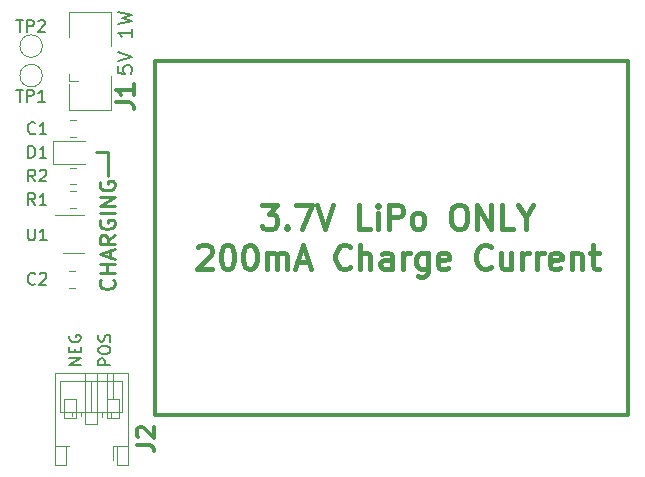
<source format=gbr>
%TF.GenerationSoftware,KiCad,Pcbnew,(5.1.6)-1*%
%TF.CreationDate,2020-11-11T17:37:01-05:00*%
%TF.ProjectId,HP_classic,48505f63-6c61-4737-9369-632e6b696361,rev?*%
%TF.SameCoordinates,Original*%
%TF.FileFunction,Legend,Top*%
%TF.FilePolarity,Positive*%
%FSLAX46Y46*%
G04 Gerber Fmt 4.6, Leading zero omitted, Abs format (unit mm)*
G04 Created by KiCad (PCBNEW (5.1.6)-1) date 2020-11-11 17:37:01*
%MOMM*%
%LPD*%
G01*
G04 APERTURE LIST*
%ADD10C,0.150000*%
%ADD11C,0.300000*%
%ADD12C,0.400000*%
%ADD13C,0.200000*%
%ADD14C,0.250000*%
%ADD15C,0.120000*%
G04 APERTURE END LIST*
D10*
X152702380Y-135738095D02*
X151702380Y-135738095D01*
X152702380Y-135166666D01*
X151702380Y-135166666D01*
X152178571Y-134690476D02*
X152178571Y-134357142D01*
X152702380Y-134214285D02*
X152702380Y-134690476D01*
X151702380Y-134690476D01*
X151702380Y-134214285D01*
X151750000Y-133261904D02*
X151702380Y-133357142D01*
X151702380Y-133500000D01*
X151750000Y-133642857D01*
X151845238Y-133738095D01*
X151940476Y-133785714D01*
X152130952Y-133833333D01*
X152273809Y-133833333D01*
X152464285Y-133785714D01*
X152559523Y-133738095D01*
X152654761Y-133642857D01*
X152702380Y-133500000D01*
X152702380Y-133404761D01*
X152654761Y-133261904D01*
X152607142Y-133214285D01*
X152273809Y-133214285D01*
X152273809Y-133404761D01*
X155202380Y-135761904D02*
X154202380Y-135761904D01*
X154202380Y-135380952D01*
X154250000Y-135285714D01*
X154297619Y-135238095D01*
X154392857Y-135190476D01*
X154535714Y-135190476D01*
X154630952Y-135238095D01*
X154678571Y-135285714D01*
X154726190Y-135380952D01*
X154726190Y-135761904D01*
X154202380Y-134571428D02*
X154202380Y-134380952D01*
X154250000Y-134285714D01*
X154345238Y-134190476D01*
X154535714Y-134142857D01*
X154869047Y-134142857D01*
X155059523Y-134190476D01*
X155154761Y-134285714D01*
X155202380Y-134380952D01*
X155202380Y-134571428D01*
X155154761Y-134666666D01*
X155059523Y-134761904D01*
X154869047Y-134809523D01*
X154535714Y-134809523D01*
X154345238Y-134761904D01*
X154250000Y-134666666D01*
X154202380Y-134571428D01*
X155154761Y-133761904D02*
X155202380Y-133619047D01*
X155202380Y-133380952D01*
X155154761Y-133285714D01*
X155107142Y-133238095D01*
X155011904Y-133190476D01*
X154916666Y-133190476D01*
X154821428Y-133238095D01*
X154773809Y-133285714D01*
X154726190Y-133380952D01*
X154678571Y-133571428D01*
X154630952Y-133666666D01*
X154583333Y-133714285D01*
X154488095Y-133761904D01*
X154392857Y-133761904D01*
X154297619Y-133714285D01*
X154250000Y-133666666D01*
X154202380Y-133571428D01*
X154202380Y-133333333D01*
X154250000Y-133190476D01*
D11*
X159000000Y-140000000D02*
X159000000Y-110000000D01*
X199000000Y-140000000D02*
X159000000Y-140000000D01*
X199000000Y-110000000D02*
X199000000Y-140000000D01*
X159000000Y-110000000D02*
X199000000Y-110000000D01*
D12*
X168071428Y-122204761D02*
X169309523Y-122204761D01*
X168642857Y-122966666D01*
X168928571Y-122966666D01*
X169119047Y-123061904D01*
X169214285Y-123157142D01*
X169309523Y-123347619D01*
X169309523Y-123823809D01*
X169214285Y-124014285D01*
X169119047Y-124109523D01*
X168928571Y-124204761D01*
X168357142Y-124204761D01*
X168166666Y-124109523D01*
X168071428Y-124014285D01*
X170166666Y-124014285D02*
X170261904Y-124109523D01*
X170166666Y-124204761D01*
X170071428Y-124109523D01*
X170166666Y-124014285D01*
X170166666Y-124204761D01*
X170928571Y-122204761D02*
X172261904Y-122204761D01*
X171404761Y-124204761D01*
X172738095Y-122204761D02*
X173404761Y-124204761D01*
X174071428Y-122204761D01*
X177214285Y-124204761D02*
X176261904Y-124204761D01*
X176261904Y-122204761D01*
X177880952Y-124204761D02*
X177880952Y-122871428D01*
X177880952Y-122204761D02*
X177785714Y-122300000D01*
X177880952Y-122395238D01*
X177976190Y-122300000D01*
X177880952Y-122204761D01*
X177880952Y-122395238D01*
X178833333Y-124204761D02*
X178833333Y-122204761D01*
X179595238Y-122204761D01*
X179785714Y-122300000D01*
X179880952Y-122395238D01*
X179976190Y-122585714D01*
X179976190Y-122871428D01*
X179880952Y-123061904D01*
X179785714Y-123157142D01*
X179595238Y-123252380D01*
X178833333Y-123252380D01*
X181119047Y-124204761D02*
X180928571Y-124109523D01*
X180833333Y-124014285D01*
X180738095Y-123823809D01*
X180738095Y-123252380D01*
X180833333Y-123061904D01*
X180928571Y-122966666D01*
X181119047Y-122871428D01*
X181404761Y-122871428D01*
X181595238Y-122966666D01*
X181690476Y-123061904D01*
X181785714Y-123252380D01*
X181785714Y-123823809D01*
X181690476Y-124014285D01*
X181595238Y-124109523D01*
X181404761Y-124204761D01*
X181119047Y-124204761D01*
X184547619Y-122204761D02*
X184928571Y-122204761D01*
X185119047Y-122300000D01*
X185309523Y-122490476D01*
X185404761Y-122871428D01*
X185404761Y-123538095D01*
X185309523Y-123919047D01*
X185119047Y-124109523D01*
X184928571Y-124204761D01*
X184547619Y-124204761D01*
X184357142Y-124109523D01*
X184166666Y-123919047D01*
X184071428Y-123538095D01*
X184071428Y-122871428D01*
X184166666Y-122490476D01*
X184357142Y-122300000D01*
X184547619Y-122204761D01*
X186261904Y-124204761D02*
X186261904Y-122204761D01*
X187404761Y-124204761D01*
X187404761Y-122204761D01*
X189309523Y-124204761D02*
X188357142Y-124204761D01*
X188357142Y-122204761D01*
X190357142Y-123252380D02*
X190357142Y-124204761D01*
X189690476Y-122204761D02*
X190357142Y-123252380D01*
X191023809Y-122204761D01*
X162642857Y-125795238D02*
X162738095Y-125700000D01*
X162928571Y-125604761D01*
X163404761Y-125604761D01*
X163595238Y-125700000D01*
X163690476Y-125795238D01*
X163785714Y-125985714D01*
X163785714Y-126176190D01*
X163690476Y-126461904D01*
X162547619Y-127604761D01*
X163785714Y-127604761D01*
X165023809Y-125604761D02*
X165214285Y-125604761D01*
X165404761Y-125700000D01*
X165499999Y-125795238D01*
X165595238Y-125985714D01*
X165690476Y-126366666D01*
X165690476Y-126842857D01*
X165595238Y-127223809D01*
X165499999Y-127414285D01*
X165404761Y-127509523D01*
X165214285Y-127604761D01*
X165023809Y-127604761D01*
X164833333Y-127509523D01*
X164738095Y-127414285D01*
X164642857Y-127223809D01*
X164547619Y-126842857D01*
X164547619Y-126366666D01*
X164642857Y-125985714D01*
X164738095Y-125795238D01*
X164833333Y-125700000D01*
X165023809Y-125604761D01*
X166928571Y-125604761D02*
X167119047Y-125604761D01*
X167309523Y-125700000D01*
X167404761Y-125795238D01*
X167499999Y-125985714D01*
X167595238Y-126366666D01*
X167595238Y-126842857D01*
X167499999Y-127223809D01*
X167404761Y-127414285D01*
X167309523Y-127509523D01*
X167119047Y-127604761D01*
X166928571Y-127604761D01*
X166738095Y-127509523D01*
X166642857Y-127414285D01*
X166547619Y-127223809D01*
X166452380Y-126842857D01*
X166452380Y-126366666D01*
X166547619Y-125985714D01*
X166642857Y-125795238D01*
X166738095Y-125700000D01*
X166928571Y-125604761D01*
X168452380Y-127604761D02*
X168452380Y-126271428D01*
X168452380Y-126461904D02*
X168547619Y-126366666D01*
X168738095Y-126271428D01*
X169023809Y-126271428D01*
X169214285Y-126366666D01*
X169309523Y-126557142D01*
X169309523Y-127604761D01*
X169309523Y-126557142D02*
X169404761Y-126366666D01*
X169595238Y-126271428D01*
X169880952Y-126271428D01*
X170071428Y-126366666D01*
X170166666Y-126557142D01*
X170166666Y-127604761D01*
X171023809Y-127033333D02*
X171976190Y-127033333D01*
X170833333Y-127604761D02*
X171499999Y-125604761D01*
X172166666Y-127604761D01*
X175500000Y-127414285D02*
X175404761Y-127509523D01*
X175119047Y-127604761D01*
X174928571Y-127604761D01*
X174642857Y-127509523D01*
X174452380Y-127319047D01*
X174357142Y-127128571D01*
X174261904Y-126747619D01*
X174261904Y-126461904D01*
X174357142Y-126080952D01*
X174452380Y-125890476D01*
X174642857Y-125700000D01*
X174928571Y-125604761D01*
X175119047Y-125604761D01*
X175404761Y-125700000D01*
X175500000Y-125795238D01*
X176357142Y-127604761D02*
X176357142Y-125604761D01*
X177214285Y-127604761D02*
X177214285Y-126557142D01*
X177119047Y-126366666D01*
X176928571Y-126271428D01*
X176642857Y-126271428D01*
X176452380Y-126366666D01*
X176357142Y-126461904D01*
X179023809Y-127604761D02*
X179023809Y-126557142D01*
X178928571Y-126366666D01*
X178738095Y-126271428D01*
X178357142Y-126271428D01*
X178166666Y-126366666D01*
X179023809Y-127509523D02*
X178833333Y-127604761D01*
X178357142Y-127604761D01*
X178166666Y-127509523D01*
X178071428Y-127319047D01*
X178071428Y-127128571D01*
X178166666Y-126938095D01*
X178357142Y-126842857D01*
X178833333Y-126842857D01*
X179023809Y-126747619D01*
X179976190Y-127604761D02*
X179976190Y-126271428D01*
X179976190Y-126652380D02*
X180071428Y-126461904D01*
X180166666Y-126366666D01*
X180357142Y-126271428D01*
X180547619Y-126271428D01*
X182071428Y-126271428D02*
X182071428Y-127890476D01*
X181976190Y-128080952D01*
X181880952Y-128176190D01*
X181690476Y-128271428D01*
X181404761Y-128271428D01*
X181214285Y-128176190D01*
X182071428Y-127509523D02*
X181880952Y-127604761D01*
X181500000Y-127604761D01*
X181309523Y-127509523D01*
X181214285Y-127414285D01*
X181119047Y-127223809D01*
X181119047Y-126652380D01*
X181214285Y-126461904D01*
X181309523Y-126366666D01*
X181500000Y-126271428D01*
X181880952Y-126271428D01*
X182071428Y-126366666D01*
X183785714Y-127509523D02*
X183595238Y-127604761D01*
X183214285Y-127604761D01*
X183023809Y-127509523D01*
X182928571Y-127319047D01*
X182928571Y-126557142D01*
X183023809Y-126366666D01*
X183214285Y-126271428D01*
X183595238Y-126271428D01*
X183785714Y-126366666D01*
X183880952Y-126557142D01*
X183880952Y-126747619D01*
X182928571Y-126938095D01*
X187404761Y-127414285D02*
X187309523Y-127509523D01*
X187023809Y-127604761D01*
X186833333Y-127604761D01*
X186547619Y-127509523D01*
X186357142Y-127319047D01*
X186261904Y-127128571D01*
X186166666Y-126747619D01*
X186166666Y-126461904D01*
X186261904Y-126080952D01*
X186357142Y-125890476D01*
X186547619Y-125700000D01*
X186833333Y-125604761D01*
X187023809Y-125604761D01*
X187309523Y-125700000D01*
X187404761Y-125795238D01*
X189119047Y-126271428D02*
X189119047Y-127604761D01*
X188261904Y-126271428D02*
X188261904Y-127319047D01*
X188357142Y-127509523D01*
X188547619Y-127604761D01*
X188833333Y-127604761D01*
X189023809Y-127509523D01*
X189119047Y-127414285D01*
X190071428Y-127604761D02*
X190071428Y-126271428D01*
X190071428Y-126652380D02*
X190166666Y-126461904D01*
X190261904Y-126366666D01*
X190452380Y-126271428D01*
X190642857Y-126271428D01*
X191309523Y-127604761D02*
X191309523Y-126271428D01*
X191309523Y-126652380D02*
X191404761Y-126461904D01*
X191500000Y-126366666D01*
X191690476Y-126271428D01*
X191880952Y-126271428D01*
X193309523Y-127509523D02*
X193119047Y-127604761D01*
X192738095Y-127604761D01*
X192547619Y-127509523D01*
X192452380Y-127319047D01*
X192452380Y-126557142D01*
X192547619Y-126366666D01*
X192738095Y-126271428D01*
X193119047Y-126271428D01*
X193309523Y-126366666D01*
X193404761Y-126557142D01*
X193404761Y-126747619D01*
X192452380Y-126938095D01*
X194261904Y-126271428D02*
X194261904Y-127604761D01*
X194261904Y-126461904D02*
X194357142Y-126366666D01*
X194547619Y-126271428D01*
X194833333Y-126271428D01*
X195023809Y-126366666D01*
X195119047Y-126557142D01*
X195119047Y-127604761D01*
X195785714Y-126271428D02*
X196547619Y-126271428D01*
X196071428Y-125604761D02*
X196071428Y-127319047D01*
X196166666Y-127509523D01*
X196357142Y-127604761D01*
X196547619Y-127604761D01*
D13*
X155842857Y-110442857D02*
X155842857Y-111014285D01*
X156414285Y-111071428D01*
X156357142Y-111014285D01*
X156300000Y-110900000D01*
X156300000Y-110614285D01*
X156357142Y-110500000D01*
X156414285Y-110442857D01*
X156528571Y-110385714D01*
X156814285Y-110385714D01*
X156928571Y-110442857D01*
X156985714Y-110500000D01*
X157042857Y-110614285D01*
X157042857Y-110900000D01*
X156985714Y-111014285D01*
X156928571Y-111071428D01*
X155842857Y-110042857D02*
X157042857Y-109642857D01*
X155842857Y-109242857D01*
X157042857Y-107300000D02*
X157042857Y-107985714D01*
X157042857Y-107642857D02*
X155842857Y-107642857D01*
X156014285Y-107757142D01*
X156128571Y-107871428D01*
X156185714Y-107985714D01*
X155842857Y-106900000D02*
X157042857Y-106614285D01*
X156185714Y-106385714D01*
X157042857Y-106157142D01*
X155842857Y-105871428D01*
D14*
X155000000Y-117750000D02*
X155000000Y-119750000D01*
X154000000Y-117750000D02*
X155000000Y-117750000D01*
X155464285Y-128526190D02*
X155526190Y-128588095D01*
X155588095Y-128773809D01*
X155588095Y-128897619D01*
X155526190Y-129083333D01*
X155402380Y-129207142D01*
X155278571Y-129269047D01*
X155030952Y-129330952D01*
X154845238Y-129330952D01*
X154597619Y-129269047D01*
X154473809Y-129207142D01*
X154350000Y-129083333D01*
X154288095Y-128897619D01*
X154288095Y-128773809D01*
X154350000Y-128588095D01*
X154411904Y-128526190D01*
X155588095Y-127969047D02*
X154288095Y-127969047D01*
X154907142Y-127969047D02*
X154907142Y-127226190D01*
X155588095Y-127226190D02*
X154288095Y-127226190D01*
X155216666Y-126669047D02*
X155216666Y-126050000D01*
X155588095Y-126792857D02*
X154288095Y-126359523D01*
X155588095Y-125926190D01*
X155588095Y-124750000D02*
X154969047Y-125183333D01*
X155588095Y-125492857D02*
X154288095Y-125492857D01*
X154288095Y-124997619D01*
X154350000Y-124873809D01*
X154411904Y-124811904D01*
X154535714Y-124750000D01*
X154721428Y-124750000D01*
X154845238Y-124811904D01*
X154907142Y-124873809D01*
X154969047Y-124997619D01*
X154969047Y-125492857D01*
X154350000Y-123511904D02*
X154288095Y-123635714D01*
X154288095Y-123821428D01*
X154350000Y-124007142D01*
X154473809Y-124130952D01*
X154597619Y-124192857D01*
X154845238Y-124254761D01*
X155030952Y-124254761D01*
X155278571Y-124192857D01*
X155402380Y-124130952D01*
X155526190Y-124007142D01*
X155588095Y-123821428D01*
X155588095Y-123697619D01*
X155526190Y-123511904D01*
X155464285Y-123450000D01*
X155030952Y-123450000D01*
X155030952Y-123697619D01*
X155588095Y-122892857D02*
X154288095Y-122892857D01*
X155588095Y-122273809D02*
X154288095Y-122273809D01*
X155588095Y-121530952D01*
X154288095Y-121530952D01*
X154350000Y-120230952D02*
X154288095Y-120354761D01*
X154288095Y-120540476D01*
X154350000Y-120726190D01*
X154473809Y-120850000D01*
X154597619Y-120911904D01*
X154845238Y-120973809D01*
X155030952Y-120973809D01*
X155278571Y-120911904D01*
X155402380Y-120850000D01*
X155526190Y-120726190D01*
X155588095Y-120540476D01*
X155588095Y-120416666D01*
X155526190Y-120230952D01*
X155464285Y-120169047D01*
X155030952Y-120169047D01*
X155030952Y-120416666D01*
D15*
%TO.C,J3*%
X155220000Y-140157071D02*
X155220000Y-139760000D01*
X154460000Y-140157071D02*
X154460000Y-139760000D01*
X153570000Y-139760000D02*
X153570000Y-137100000D01*
X152680000Y-140090000D02*
X152680000Y-139760000D01*
X151920000Y-140090000D02*
X151920000Y-139760000D01*
X150970000Y-137100000D02*
X150970000Y-139760000D01*
X156170000Y-137100000D02*
X150970000Y-137100000D01*
X156170000Y-139760000D02*
X156170000Y-137100000D01*
X150970000Y-139760000D02*
X156170000Y-139760000D01*
%TO.C,C1*%
X152296078Y-114990000D02*
X151778922Y-114990000D01*
X152296078Y-116410000D02*
X151778922Y-116410000D01*
%TO.C,C2*%
X152196078Y-127790000D02*
X151678922Y-127790000D01*
X152196078Y-129210000D02*
X151678922Y-129210000D01*
%TO.C,D1*%
X153062500Y-116790000D02*
X150377500Y-116790000D01*
X150377500Y-116790000D02*
X150377500Y-118710000D01*
X150377500Y-118710000D02*
X153062500Y-118710000D01*
%TO.C,R1*%
X152296078Y-122460000D02*
X151778922Y-122460000D01*
X152296078Y-121040000D02*
X151778922Y-121040000D01*
%TO.C,R2*%
X152321078Y-119040000D02*
X151803922Y-119040000D01*
X152321078Y-120460000D02*
X151803922Y-120460000D01*
%TO.C,U1*%
X151200000Y-126310000D02*
X153000000Y-126310000D01*
X153000000Y-123090000D02*
X150550000Y-123090000D01*
%TO.C,J1*%
X152425000Y-111700000D02*
X151675000Y-111700000D01*
X151675000Y-111700000D02*
X151675000Y-111100000D01*
X151675000Y-112000000D02*
X151675000Y-114150000D01*
X151675000Y-105850000D02*
X155225000Y-105850000D01*
X155225000Y-114150000D02*
X155225000Y-111250000D01*
X151675000Y-114150000D02*
X155225000Y-114150000D01*
X155225000Y-105850000D02*
X155225000Y-108750000D01*
X151675000Y-108000000D02*
X151675000Y-105850000D01*
%TO.C,J2*%
X155460000Y-142610000D02*
X155460000Y-143825000D01*
X155400000Y-138650000D02*
X155400000Y-136390000D01*
X154900000Y-138650000D02*
X154900000Y-136390000D01*
X152300000Y-140250000D02*
X151300000Y-140250000D01*
X152300000Y-138650000D02*
X152300000Y-140250000D01*
X151300000Y-138650000D02*
X152300000Y-138650000D01*
X151300000Y-140250000D02*
X151300000Y-138650000D01*
X154900000Y-140250000D02*
X155900000Y-140250000D01*
X154900000Y-138650000D02*
X154900000Y-140250000D01*
X155900000Y-138650000D02*
X154900000Y-138650000D01*
X155900000Y-140250000D02*
X155900000Y-138650000D01*
X150540000Y-142610000D02*
X151460000Y-142610000D01*
X156660000Y-142610000D02*
X155740000Y-142610000D01*
X153100000Y-140750000D02*
X153100000Y-136390000D01*
X154100000Y-140750000D02*
X153100000Y-140750000D01*
X154100000Y-136390000D02*
X154100000Y-140750000D01*
X151460000Y-142610000D02*
X151740000Y-142610000D01*
X151460000Y-144210000D02*
X151460000Y-142610000D01*
X150540000Y-144210000D02*
X151460000Y-144210000D01*
X150540000Y-136390000D02*
X150540000Y-144210000D01*
X156660000Y-136390000D02*
X150540000Y-136390000D01*
X156660000Y-144210000D02*
X156660000Y-136390000D01*
X155740000Y-144210000D02*
X156660000Y-144210000D01*
X155740000Y-142610000D02*
X155740000Y-144210000D01*
X155460000Y-142610000D02*
X155740000Y-142610000D01*
%TO.C,TP1*%
X149450000Y-111250000D02*
G75*
G03*
X149450000Y-111250000I-950000J0D01*
G01*
%TO.C,TP2*%
X149450000Y-108750000D02*
G75*
G03*
X149450000Y-108750000I-950000J0D01*
G01*
%TO.C,C1*%
D10*
X148833333Y-116107142D02*
X148785714Y-116154761D01*
X148642857Y-116202380D01*
X148547619Y-116202380D01*
X148404761Y-116154761D01*
X148309523Y-116059523D01*
X148261904Y-115964285D01*
X148214285Y-115773809D01*
X148214285Y-115630952D01*
X148261904Y-115440476D01*
X148309523Y-115345238D01*
X148404761Y-115250000D01*
X148547619Y-115202380D01*
X148642857Y-115202380D01*
X148785714Y-115250000D01*
X148833333Y-115297619D01*
X149785714Y-116202380D02*
X149214285Y-116202380D01*
X149500000Y-116202380D02*
X149500000Y-115202380D01*
X149404761Y-115345238D01*
X149309523Y-115440476D01*
X149214285Y-115488095D01*
%TO.C,C2*%
X148833333Y-128857142D02*
X148785714Y-128904761D01*
X148642857Y-128952380D01*
X148547619Y-128952380D01*
X148404761Y-128904761D01*
X148309523Y-128809523D01*
X148261904Y-128714285D01*
X148214285Y-128523809D01*
X148214285Y-128380952D01*
X148261904Y-128190476D01*
X148309523Y-128095238D01*
X148404761Y-128000000D01*
X148547619Y-127952380D01*
X148642857Y-127952380D01*
X148785714Y-128000000D01*
X148833333Y-128047619D01*
X149214285Y-128047619D02*
X149261904Y-128000000D01*
X149357142Y-127952380D01*
X149595238Y-127952380D01*
X149690476Y-128000000D01*
X149738095Y-128047619D01*
X149785714Y-128142857D01*
X149785714Y-128238095D01*
X149738095Y-128380952D01*
X149166666Y-128952380D01*
X149785714Y-128952380D01*
%TO.C,D1*%
X148261904Y-118202380D02*
X148261904Y-117202380D01*
X148500000Y-117202380D01*
X148642857Y-117250000D01*
X148738095Y-117345238D01*
X148785714Y-117440476D01*
X148833333Y-117630952D01*
X148833333Y-117773809D01*
X148785714Y-117964285D01*
X148738095Y-118059523D01*
X148642857Y-118154761D01*
X148500000Y-118202380D01*
X148261904Y-118202380D01*
X149785714Y-118202380D02*
X149214285Y-118202380D01*
X149500000Y-118202380D02*
X149500000Y-117202380D01*
X149404761Y-117345238D01*
X149309523Y-117440476D01*
X149214285Y-117488095D01*
%TO.C,R1*%
X148833333Y-122202380D02*
X148500000Y-121726190D01*
X148261904Y-122202380D02*
X148261904Y-121202380D01*
X148642857Y-121202380D01*
X148738095Y-121250000D01*
X148785714Y-121297619D01*
X148833333Y-121392857D01*
X148833333Y-121535714D01*
X148785714Y-121630952D01*
X148738095Y-121678571D01*
X148642857Y-121726190D01*
X148261904Y-121726190D01*
X149785714Y-122202380D02*
X149214285Y-122202380D01*
X149500000Y-122202380D02*
X149500000Y-121202380D01*
X149404761Y-121345238D01*
X149309523Y-121440476D01*
X149214285Y-121488095D01*
%TO.C,R2*%
X148833333Y-120202380D02*
X148500000Y-119726190D01*
X148261904Y-120202380D02*
X148261904Y-119202380D01*
X148642857Y-119202380D01*
X148738095Y-119250000D01*
X148785714Y-119297619D01*
X148833333Y-119392857D01*
X148833333Y-119535714D01*
X148785714Y-119630952D01*
X148738095Y-119678571D01*
X148642857Y-119726190D01*
X148261904Y-119726190D01*
X149214285Y-119297619D02*
X149261904Y-119250000D01*
X149357142Y-119202380D01*
X149595238Y-119202380D01*
X149690476Y-119250000D01*
X149738095Y-119297619D01*
X149785714Y-119392857D01*
X149785714Y-119488095D01*
X149738095Y-119630952D01*
X149166666Y-120202380D01*
X149785714Y-120202380D01*
%TO.C,U1*%
X148238095Y-124202380D02*
X148238095Y-125011904D01*
X148285714Y-125107142D01*
X148333333Y-125154761D01*
X148428571Y-125202380D01*
X148619047Y-125202380D01*
X148714285Y-125154761D01*
X148761904Y-125107142D01*
X148809523Y-125011904D01*
X148809523Y-124202380D01*
X149809523Y-125202380D02*
X149238095Y-125202380D01*
X149523809Y-125202380D02*
X149523809Y-124202380D01*
X149428571Y-124345238D01*
X149333333Y-124440476D01*
X149238095Y-124488095D01*
%TO.C,J1*%
D11*
X155678571Y-113500000D02*
X156750000Y-113500000D01*
X156964285Y-113571428D01*
X157107142Y-113714285D01*
X157178571Y-113928571D01*
X157178571Y-114071428D01*
X157178571Y-112000000D02*
X157178571Y-112857142D01*
X157178571Y-112428571D02*
X155678571Y-112428571D01*
X155892857Y-112571428D01*
X156035714Y-112714285D01*
X156107142Y-112857142D01*
%TO.C,J2*%
X157428571Y-142500000D02*
X158500000Y-142500000D01*
X158714285Y-142571428D01*
X158857142Y-142714285D01*
X158928571Y-142928571D01*
X158928571Y-143071428D01*
X157571428Y-141857142D02*
X157500000Y-141785714D01*
X157428571Y-141642857D01*
X157428571Y-141285714D01*
X157500000Y-141142857D01*
X157571428Y-141071428D01*
X157714285Y-141000000D01*
X157857142Y-141000000D01*
X158071428Y-141071428D01*
X158928571Y-141928571D01*
X158928571Y-141000000D01*
%TO.C,TP1*%
D10*
X147238095Y-112452380D02*
X147809523Y-112452380D01*
X147523809Y-113452380D02*
X147523809Y-112452380D01*
X148142857Y-113452380D02*
X148142857Y-112452380D01*
X148523809Y-112452380D01*
X148619047Y-112500000D01*
X148666666Y-112547619D01*
X148714285Y-112642857D01*
X148714285Y-112785714D01*
X148666666Y-112880952D01*
X148619047Y-112928571D01*
X148523809Y-112976190D01*
X148142857Y-112976190D01*
X149666666Y-113452380D02*
X149095238Y-113452380D01*
X149380952Y-113452380D02*
X149380952Y-112452380D01*
X149285714Y-112595238D01*
X149190476Y-112690476D01*
X149095238Y-112738095D01*
%TO.C,TP2*%
X147238095Y-106554380D02*
X147809523Y-106554380D01*
X147523809Y-107554380D02*
X147523809Y-106554380D01*
X148142857Y-107554380D02*
X148142857Y-106554380D01*
X148523809Y-106554380D01*
X148619047Y-106602000D01*
X148666666Y-106649619D01*
X148714285Y-106744857D01*
X148714285Y-106887714D01*
X148666666Y-106982952D01*
X148619047Y-107030571D01*
X148523809Y-107078190D01*
X148142857Y-107078190D01*
X149095238Y-106649619D02*
X149142857Y-106602000D01*
X149238095Y-106554380D01*
X149476190Y-106554380D01*
X149571428Y-106602000D01*
X149619047Y-106649619D01*
X149666666Y-106744857D01*
X149666666Y-106840095D01*
X149619047Y-106982952D01*
X149047619Y-107554380D01*
X149666666Y-107554380D01*
%TD*%
M02*

</source>
